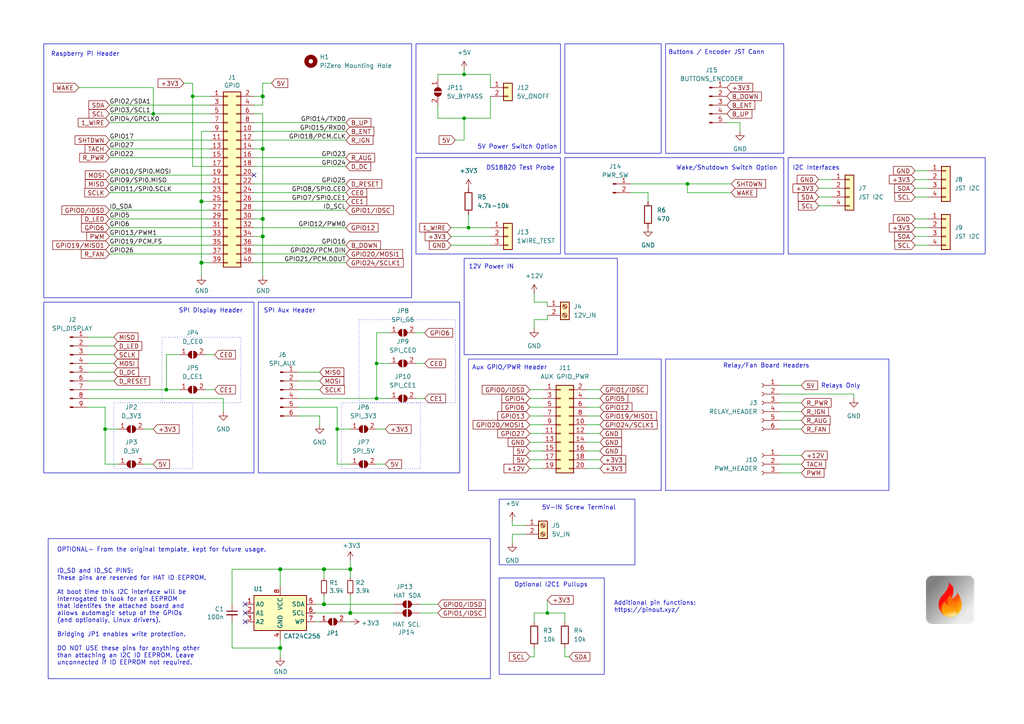
<source format=kicad_sch>
(kicad_sch (version 20231120) (generator "eeschema") (generator_version "8.0")
  (paper "A4")
  (title_block (title "PiFire Main Board Module (no power)") (date "2024-05-03") (rev "v4.0.2") (company "Ben Parmeter"))
  (junction (at 93.98 175.26) (diameter 1.016))
  (junction (at 76.2 27.94) (diameter 1.016))
  (junction (at 81.28 187.96) (diameter 1.016))
  (junction (at 76.2 43.18) (diameter 1.016))
  (junction (at 81.28 165.1) (diameter 1.016))
  (junction (at 134.62 21.59))
  (junction (at 109.22 105.41))
  (junction (at 134.62 34.29))
  (junction (at 101.6 165.1) (diameter 1.016))
  (junction (at 48.26 113.03))
  (junction (at 97.79 124.46))
  (junction (at 58.42 76.2) (diameter 1.016))
  (junction (at 158.75 177.8))
  (junction (at 58.42 58.42) (diameter 1.016))
  (junction (at 44.45 33.02))
  (junction (at 76.2 68.58) (diameter 1.016))
  (junction (at 55.88 27.94))
  (junction (at 135.89 66.04))
  (junction (at 76.2 63.5) (diameter 1.016))
  (junction (at 101.6 177.8) (diameter 1.016))
  (junction (at 109.22 115.57))
  (junction (at 199.39 53.34))
  (junction (at 30.48 124.46))
  (junction (at 93.98 165.1) (diameter 1.016))
  (no_connect (at 71.12 175.26))
  (no_connect (at 71.12 177.8))
  (no_connect (at 71.12 180.34))
  (no_connect (at 73.66 50.8))
  (wire (pts (xy 58.42 58.42) (xy 58.42 76.2)))
  (wire (pts (xy 73.66 58.42) (xy 100.33 58.42)))
  (wire (pts (xy 153.67 123.19) (xy 157.48 123.19)))
  (wire (pts (xy 97.79 124.46) (xy 97.79 118.11)))
  (wire (pts (xy 97.79 124.46) (xy 97.79 134.62)))
  (wire (pts (xy 60.96 40.64) (xy 31.75 40.64)))
  (wire (pts (xy 81.28 165.1) (xy 93.98 165.1)))
  (wire (pts (xy 101.6 165.1) (xy 93.98 165.1)))
  (wire (pts (xy 101.6 167.64) (xy 101.6 165.1)))
  (wire (pts (xy 86.36 120.65) (xy 92.71 120.65)))
  (wire (pts (xy 226.06 137.16) (xy 232.41 137.16)))
  (wire (pts (xy 76.2 33.02) (xy 76.2 43.18)))
  (wire (pts (xy 134.62 21.59) (xy 127 21.59)))
  (wire (pts (xy 148.59 152.4) (xy 148.59 151.13)))
  (wire (pts (xy 153.67 135.89) (xy 157.48 135.89)))
  (wire (pts (xy 22.86 25.4) (xy 44.45 25.4)))
  (wire (pts (xy 76.2 63.5) (xy 76.2 68.58)))
  (wire (pts (xy 182.88 55.88) (xy 187.96 55.88)))
  (wire (pts (xy 173.99 123.19) (xy 170.18 123.19)))
  (wire (pts (xy 25.4 115.57) (xy 64.77 115.57)))
  (wire (pts (xy 154.94 87.63) (xy 154.94 85.09)))
  (wire (pts (xy 86.36 118.11) (xy 97.79 118.11)))
  (wire (pts (xy 76.2 43.18) (xy 76.2 63.5)))
  (wire (pts (xy 199.39 55.88) (xy 199.39 53.34)))
  (wire (pts (xy 265.43 52.07) (xy 269.24 52.07)))
  (wire (pts (xy 265.43 57.15) (xy 269.24 57.15)))
  (wire (pts (xy 187.96 55.88) (xy 187.96 58.42)))
  (wire (pts (xy 73.66 35.56) (xy 100.33 35.56)))
  (wire (pts (xy 58.42 38.1) (xy 58.42 58.42)))
  (wire (pts (xy 91.44 175.26) (xy 93.98 175.26)))
  (wire (pts (xy 153.67 120.65) (xy 157.48 120.65)))
  (wire (pts (xy 265.43 63.5) (xy 269.24 63.5)))
  (wire (pts (xy 44.45 124.46) (xy 41.91 124.46)))
  (wire (pts (xy 127 21.59) (xy 127 22.86)))
  (wire (pts (xy 153.67 133.35) (xy 157.48 133.35)))
  (wire (pts (xy 58.42 38.1) (xy 60.96 38.1)))
  (wire (pts (xy 91.44 180.34) (xy 92.71 180.34)))
  (wire (pts (xy 100.33 180.34) (xy 101.6 180.34)))
  (wire (pts (xy 226.06 134.62) (xy 232.41 134.62)))
  (wire (pts (xy 173.99 125.73) (xy 170.18 125.73)))
  (wire (pts (xy 232.41 124.46) (xy 226.06 124.46)))
  (wire (pts (xy 73.66 55.88) (xy 100.33 55.88)))
  (wire (pts (xy 153.67 128.27) (xy 157.48 128.27)))
  (wire (pts (xy 60.96 60.96) (xy 31.75 60.96)))
  (wire (pts (xy 25.4 107.95) (xy 33.02 107.95)))
  (wire (pts (xy 153.67 130.81) (xy 157.48 130.81)))
  (wire (pts (xy 31.75 63.5) (xy 60.96 63.5)))
  (wire (pts (xy 214.63 35.56) (xy 214.63 38.1)))
  (wire (pts (xy 109.22 96.52) (xy 109.22 105.41)))
  (wire (pts (xy 173.99 133.35) (xy 170.18 133.35)))
  (wire (pts (xy 25.4 102.87) (xy 33.02 102.87)))
  (wire (pts (xy 86.36 115.57) (xy 109.22 115.57)))
  (wire (pts (xy 199.39 53.34) (xy 212.09 53.34)))
  (wire (pts (xy 25.4 110.49) (xy 33.02 110.49)))
  (wire (pts (xy 76.2 24.13) (xy 78.74 24.13)))
  (wire (pts (xy 134.62 21.59) (xy 142.24 21.59)))
  (wire (pts (xy 44.45 33.02) (xy 60.96 33.02)))
  (wire (pts (xy 58.42 58.42) (xy 60.96 58.42)))
  (wire (pts (xy 101.6 162.56) (xy 101.6 165.1)))
  (wire (pts (xy 44.45 134.62) (xy 41.91 134.62)))
  (wire (pts (xy 135.89 62.23) (xy 135.89 66.04)))
  (wire (pts (xy 232.41 121.92) (xy 226.06 121.92)))
  (wire (pts (xy 55.88 24.13) (xy 53.34 24.13)))
  (wire (pts (xy 73.66 45.72) (xy 100.33 45.72)))
  (wire (pts (xy 81.28 165.1) (xy 81.28 170.18)))
  (wire (pts (xy 52.07 102.87) (xy 48.26 102.87)))
  (wire (pts (xy 93.98 175.26) (xy 114.3 175.26)))
  (wire (pts (xy 62.23 113.03) (xy 59.69 113.03)))
  (wire (pts (xy 30.48 134.62) (xy 34.29 134.62)))
  (wire (pts (xy 173.99 118.11) (xy 170.18 118.11)))
  (wire (pts (xy 182.88 53.34) (xy 199.39 53.34)))
  (wire (pts (xy 73.66 76.2) (xy 100.33 76.2)))
  (wire (pts (xy 58.42 76.2) (xy 58.42 80.01)))
  (wire (pts (xy 31.75 43.18) (xy 60.96 43.18)))
  (wire (pts (xy 101.6 172.72) (xy 101.6 177.8)))
  (wire (pts (xy 130.81 71.12) (xy 142.24 71.12)))
  (wire (pts (xy 154.94 92.71) (xy 158.75 92.71)))
  (wire (pts (xy 30.48 118.11) (xy 25.4 118.11)))
  (wire (pts (xy 265.43 54.61) (xy 269.24 54.61)))
  (wire (pts (xy 76.2 68.58) (xy 73.66 68.58)))
  (wire (pts (xy 55.88 27.94) (xy 55.88 24.13)))
  (wire (pts (xy 109.22 115.57) (xy 113.03 115.57)))
  (wire (pts (xy 121.92 177.8) (xy 127 177.8)))
  (wire (pts (xy 173.99 113.03) (xy 170.18 113.03)))
  (wire (pts (xy 34.29 124.46) (xy 30.48 124.46)))
  (wire (pts (xy 31.75 55.88) (xy 60.96 55.88)))
  (wire (pts (xy 25.4 97.79) (xy 33.02 97.79)))
  (wire (pts (xy 154.94 190.5) (xy 153.67 190.5)))
  (wire (pts (xy 30.48 124.46) (xy 30.48 118.11)))
  (wire (pts (xy 127 34.29) (xy 127 30.48)))
  (wire (pts (xy 55.88 48.26) (xy 60.96 48.26)))
  (wire (pts (xy 232.41 119.38) (xy 226.06 119.38)))
  (wire (pts (xy 60.96 30.48) (xy 31.75 30.48)))
  (wire (pts (xy 158.75 92.71) (xy 158.75 91.44)))
  (wire (pts (xy 212.09 55.88) (xy 199.39 55.88)))
  (wire (pts (xy 76.2 27.94) (xy 76.2 30.48)))
  (wire (pts (xy 120.65 96.52) (xy 123.19 96.52)))
  (wire (pts (xy 31.75 33.02) (xy 44.45 33.02)))
  (wire (pts (xy 226.06 132.08) (xy 232.41 132.08)))
  (wire (pts (xy 154.94 180.34) (xy 154.94 177.8)))
  (wire (pts (xy 173.99 115.57) (xy 170.18 115.57)))
  (wire (pts (xy 86.36 107.95) (xy 92.71 107.95)))
  (wire (pts (xy 153.67 118.11) (xy 157.48 118.11)))
  (wire (pts (xy 48.26 102.87) (xy 48.26 113.03)))
  (wire (pts (xy 25.4 100.33) (xy 33.02 100.33)))
  (wire (pts (xy 48.26 113.03) (xy 52.07 113.03)))
  (wire (pts (xy 152.4 152.4) (xy 148.59 152.4)))
  (wire (pts (xy 73.66 40.64) (xy 100.33 40.64)))
  (wire (pts (xy 130.81 68.58) (xy 142.24 68.58)))
  (wire (pts (xy 76.2 43.18) (xy 73.66 43.18)))
  (wire (pts (xy 163.83 187.96) (xy 163.83 190.5)))
  (wire (pts (xy 30.48 124.46) (xy 30.48 134.62)))
  (wire (pts (xy 76.2 24.13) (xy 76.2 27.94)))
  (wire (pts (xy 101.6 124.46) (xy 97.79 124.46)))
  (wire (pts (xy 130.81 66.04) (xy 135.89 66.04)))
  (wire (pts (xy 163.83 190.5) (xy 165.1 190.5)))
  (wire (pts (xy 31.75 35.56) (xy 60.96 35.56)))
  (wire (pts (xy 93.98 165.1) (xy 93.98 167.64)))
  (wire (pts (xy 76.2 27.94) (xy 73.66 27.94)))
  (wire (pts (xy 55.88 27.94) (xy 55.88 48.26)))
  (wire (pts (xy 265.43 71.12) (xy 269.24 71.12)))
  (wire (pts (xy 265.43 49.53) (xy 269.24 49.53)))
  (wire (pts (xy 73.66 48.26) (xy 100.33 48.26)))
  (wire (pts (xy 163.83 177.8) (xy 158.75 177.8)))
  (wire (pts (xy 210.82 35.56) (xy 214.63 35.56)))
  (wire (pts (xy 73.66 38.1) (xy 100.33 38.1)))
  (wire (pts (xy 247.65 114.3) (xy 247.65 115.57)))
  (wire (pts (xy 92.71 120.65) (xy 92.71 123.19)))
  (wire (pts (xy 93.98 172.72) (xy 93.98 175.26)))
  (wire (pts (xy 91.44 177.8) (xy 101.6 177.8)))
  (wire (pts (xy 158.75 173.99) (xy 158.75 177.8)))
  (wire (pts (xy 31.75 45.72) (xy 60.96 45.72)))
  (wire (pts (xy 226.06 114.3) (xy 247.65 114.3)))
  (wire (pts (xy 31.75 53.34) (xy 60.96 53.34)))
  (wire (pts (xy 86.36 113.03) (xy 92.71 113.03)))
  (wire (pts (xy 134.62 40.64) (xy 132.08 40.64)))
  (wire (pts (xy 31.75 66.04) (xy 60.96 66.04)))
  (wire (pts (xy 154.94 92.71) (xy 154.94 95.25)))
  (wire (pts (xy 64.77 115.57) (xy 64.77 119.38)))
  (wire (pts (xy 76.2 30.48) (xy 73.66 30.48)))
  (wire (pts (xy 163.83 180.34) (xy 163.83 177.8)))
  (wire (pts (xy 135.89 66.04) (xy 142.24 66.04)))
  (wire (pts (xy 173.99 128.27) (xy 170.18 128.27)))
  (wire (pts (xy 111.76 124.46) (xy 109.22 124.46)))
  (wire (pts (xy 173.99 120.65) (xy 170.18 120.65)))
  (wire (pts (xy 97.79 134.62) (xy 101.6 134.62)))
  (wire (pts (xy 31.75 71.12) (xy 60.96 71.12)))
  (wire (pts (xy 158.75 87.63) (xy 158.75 88.9)))
  (wire (pts (xy 173.99 130.81) (xy 170.18 130.81)))
  (wire (pts (xy 73.66 71.12) (xy 100.33 71.12)))
  (wire (pts (xy 25.4 113.03) (xy 48.26 113.03)))
  (wire (pts (xy 113.03 96.52) (xy 109.22 96.52)))
  (wire (pts (xy 111.76 134.62) (xy 109.22 134.62)))
  (wire (pts (xy 73.66 66.04) (xy 100.33 66.04)))
  (wire (pts (xy 58.42 76.2) (xy 60.96 76.2)))
  (wire (pts (xy 154.94 177.8) (xy 158.75 177.8)))
  (wire (pts (xy 73.66 73.66) (xy 100.33 73.66)))
  (wire (pts (xy 109.22 105.41) (xy 109.22 115.57)))
  (wire (pts (xy 173.99 135.89) (xy 170.18 135.89)))
  (wire (pts (xy 76.2 33.02) (xy 73.66 33.02)))
  (wire (pts (xy 101.6 177.8) (xy 114.3 177.8)))
  (wire (pts (xy 153.67 115.57) (xy 157.48 115.57)))
  (wire (pts (xy 265.43 68.58) (xy 269.24 68.58)))
  (wire (pts (xy 31.75 73.66) (xy 60.96 73.66)))
  (wire (pts (xy 134.62 20.32) (xy 134.62 21.59)))
  (wire (pts (xy 142.24 27.94) (xy 142.24 34.29)))
  (wire (pts (xy 44.45 25.4) (xy 44.45 33.02)))
  (wire (pts (xy 142.24 21.59) (xy 142.24 25.4)))
  (wire (pts (xy 134.62 34.29) (xy 134.62 40.64)))
  (wire (pts (xy 237.49 52.07) (xy 241.3 52.07)))
  (wire (pts (xy 67.31 165.1) (xy 67.31 175.26)))
  (wire (pts (xy 67.31 180.34) (xy 67.31 187.96)))
  (wire (pts (xy 67.31 187.96) (xy 81.28 187.96)))
  (wire (pts (xy 81.28 165.1) (xy 67.31 165.1)))
  (wire (pts (xy 237.49 54.61) (xy 241.3 54.61)))
  (wire (pts (xy 232.41 111.76) (xy 226.06 111.76)))
  (wire (pts (xy 154.94 187.96) (xy 154.94 190.5)))
  (wire (pts (xy 81.28 185.42) (xy 81.28 187.96)))
  (wire (pts (xy 81.28 187.96) (xy 81.28 190.5)))
  (wire (pts (xy 153.67 113.03) (xy 157.48 113.03)))
  (wire (pts (xy 148.59 154.94) (xy 148.59 157.48)))
  (wire (pts (xy 76.2 68.58) (xy 76.2 80.01)))
  (wire (pts (xy 86.36 110.49) (xy 92.71 110.49)))
  (wire (pts (xy 73.66 53.34) (xy 100.33 53.34)))
  (wire (pts (xy 60.96 68.58) (xy 31.75 68.58)))
  (wire (pts (xy 123.19 105.41) (xy 120.65 105.41)))
  (wire (pts (xy 142.24 34.29) (xy 134.62 34.29)))
  (wire (pts (xy 25.4 105.41) (xy 33.02 105.41)))
  (wire (pts (xy 76.2 63.5) (xy 73.66 63.5)))
  (wire (pts (xy 265.43 66.04) (xy 269.24 66.04)))
  (wire (pts (xy 154.94 87.63) (xy 158.75 87.63)))
  (wire (pts (xy 55.88 27.94) (xy 60.96 27.94)))
  (wire (pts (xy 153.67 125.73) (xy 157.48 125.73)))
  (wire (pts (xy 232.41 116.84) (xy 226.06 116.84)))
  (wire (pts (xy 237.49 59.69) (xy 241.3 59.69)))
  (wire (pts (xy 121.92 175.26) (xy 127 175.26)))
  (wire (pts (xy 134.62 34.29) (xy 127 34.29)))
  (wire (pts (xy 152.4 154.94) (xy 148.59 154.94)))
  (wire (pts (xy 123.19 115.57) (xy 120.65 115.57)))
  (wire (pts (xy 237.49 57.15) (xy 241.3 57.15)))
  (wire (pts (xy 60.96 50.8) (xy 31.75 50.8)))
  (wire (pts (xy 73.66 60.96) (xy 100.33 60.96)))
  (wire (pts (xy 62.23 102.87) (xy 59.69 102.87)))
  (wire (pts (xy 113.03 105.41) (xy 109.22 105.41)))
  (rectangle (start 144.78 167.64) (end 175.26 195.58))
  (rectangle (start 163.83 12.7) (end 191.77 44.45))
  (rectangle (start 228.6 45.72) (end 285.75 73.66))
  (rectangle (start 33.02 116.84) (end 55.88 135.89) (stroke (width 0) (type dot)))
  (rectangle (start 12.7 12.7) (end 119.38 86.36))
  (rectangle (start 120.65 12.7) (end 162.56 44.45))
  (rectangle (start 104.14 92.71) (end 132.08 116.84) (stroke (width 0) (type dot)))
  (rectangle (start 193.04 12.7) (end 227.33 44.45))
  (rectangle (start 13.97 156.21) (end 142.24 196.85))
  (rectangle (start 193.04 104.14) (end 257.81 142.24))
  (rectangle (start 135.89 104.14) (end 191.77 142.24))
  (rectangle (start 12.7 87.63) (end 73.66 137.16))
  (rectangle (start 134.62 74.93) (end 179.07 102.87))
  (rectangle (start 46.99 97.79) (end 69.85 116.84) (stroke (width 0) (type dot)))
  (rectangle (start 163.83 45.72) (end 227.33 73.66))
  (rectangle (start 99.06 116.84) (end 121.92 135.89) (stroke (width 0) (type dot)))
  (rectangle (start 120.65 45.72) (end 162.56 73.66))
  (rectangle (start 144.78 144.78) (end 184.15 163.83))
  (rectangle (start 74.93 87.63) (end 133.35 137.16))
  (image (at 275.59 173.99) (scale 0.074991))
  (text "Relays Only" (at 243.84 112.014 0) (effects (font (size 1.27 1.27))))
  (text "SPI Display Header" (at 51.816 90.932 0) (effects (font (size 1.27 1.27)) (justify left bottom)))
  (text "Raspberry Pi Header" (at 14.732 16.51 0) (effects (font (size 1.27 1.27)) (justify left bottom)))
  (text "Relay/Fan Board Headers" (at 222.25 106.172 0) (effects (font (size 1.27 1.27))))
  (text "Buttons / Encoder JST Conn" (at 193.802 16.002 0) (effects (font (size 1.27 1.27)) (justify left bottom)))
  (text "Additional pin functions:\nhttps://pinout.xyz/" (at 178.054 177.8 0) (effects (font (size 1.27 1.27)) (justify left bottom)))
  (text "DS18B20 Test Probe" (at 140.97 49.53 0) (effects (font (size 1.27 1.27)) (justify left bottom)))
  (text "Aux GPIO/PWR Header" (at 136.906 107.442 0) (effects (font (size 1.27 1.27)) (justify left bottom)))
  (text "Optional I2C1 Pullups" (at 149.098 170.434 0) (effects (font (size 1.27 1.27)) (justify left bottom)))
  (text "12V Power IN" (at 142.494 77.47 0) (effects (font (size 1.27 1.27))))
  (text "I2C Interfaces" (at 229.87 49.53 0) (effects (font (size 1.27 1.27)) (justify left bottom)))
  (text "ID_SD and ID_SC PINS:\nThese pins are reserved for HAT ID EEPROM.\n\nAt boot time this I2C interface will be\ninterrogated to look for an EEPROM\nthat identifes the attached board and\nallows automagic setup of the GPIOs\n(and optionally, Linux drivers).\n\nBridging JP1 enables write protection.\n\nDO NOT USE these pins for anything other\nthan attaching an I2C ID EEPROM. Leave\nunconnected if ID EEPROM not required." (at 16.51 193.04 0) (effects (font (size 1.27 1.27)) (justify left bottom)))
  (text "OPTIONAL- From the original template, kept for future usage." (at 16.51 160.274 0) (effects (font (size 1.27 1.27)) (justify left bottom)))
  (text "SPI Aux Header" (at 76.454 90.932 0) (effects (font (size 1.27 1.27)) (justify left bottom)))
  (text "5V-IN Screw Terminal" (at 167.894 147.32 0) (effects (font (size 1.27 1.27))))
  (text "5V Power Switch Option" (at 138.43 43.434 0) (effects (font (size 1.27 1.27)) (justify left bottom)))
  (text "Wake/Shutdown Switch Option" (at 196.088 49.53 0) (effects (font (size 1.27 1.27)) (justify left bottom)))
  (label "ID_SDA" (at 31.75 60.96 0))
  (label "GPIO6" (at 31.75 66.04 0))
  (label "ID_SCL" (at 100.33 60.96 180))
  (label "GPIO5" (at 31.75 63.5 0))
  (label "GPIO21{slash}PCM.DOUT" (at 100.33 76.2 180))
  (label "GPIO19{slash}PCM.FS" (at 31.75 71.12 0))
  (label "GPIO10{slash}SPI0.MOSI" (at 31.75 50.8 0))
  (label "GPIO9{slash}SPI0.MISO" (at 31.75 53.34 0))
  (label "GPIO23" (at 100.33 45.72 180))
  (label "GPIO4{slash}GPCLK0" (at 31.75 35.56 0))
  (label "GPIO27" (at 31.75 43.18 0))
  (label "GPIO26" (at 31.75 73.66 0))
  (label "GPIO14{slash}TXD0" (at 100.33 35.56 180))
  (label "GPIO8{slash}SPI0.CE0" (at 100.33 55.88 180))
  (label "GPIO15{slash}RXD0" (at 100.33 38.1 180))
  (label "GPIO16" (at 100.33 71.12 180))
  (label "GPIO22" (at 31.75 45.72 0))
  (label "GPIO2{slash}SDA1" (at 31.75 30.48 0))
  (label "GPIO17" (at 31.75 40.64 0))
  (label "GPIO25" (at 100.33 53.34 180))
  (label "GPIO3{slash}SCL1" (at 31.75 33.02 0))
  (label "GPIO18{slash}PCM.CLK" (at 100.33 40.64 180))
  (label "GPIO12{slash}PWM0" (at 100.33 66.04 180))
  (label "GPIO13{slash}PWM1" (at 31.75 68.58 0))
  (label "GPIO20{slash}PCM.DIN" (at 100.33 73.66 180))
  (label "GPIO24" (at 100.33 48.26 180))
  (label "GPIO7{slash}SPI0.CE1" (at 100.33 58.42 180))
  (label "GPIO11{slash}SPI0.SCLK" (at 31.75 55.88 0))
  (global_label "R_IGN" (shape input) (at 232.41 119.38 0) (property "Intersheetrefs" "${INTERSHEET_REFS}" (effects (hide yes))))
  (global_label "R_FAN" (shape input) (at 232.41 124.46 0) (property "Intersheetrefs" "${INTERSHEET_REFS}" (effects (hide yes))))
  (global_label "SDA" (shape input) (at 31.75 30.48 180) (property "Intersheetrefs" "${INTERSHEET_REFS}" (effects (hide yes))))
  (global_label "GPIO12" (shape input) (at 100.33 66.04 0) (property "Intersheetrefs" "${INTERSHEET_REFS}" (effects (hide yes))))
  (global_label "B_DOWN" (shape input) (at 210.82 27.94 0) (property "Intersheetrefs" "${INTERSHEET_REFS}" (effects (hide yes))))
  (global_label "GPIO19{slash}MISO1" (shape input) (at 31.75 71.12 180) (property "Intersheetrefs" "${INTERSHEET_REFS}" (effects (hide yes))))
  (global_label "D_RESET" (shape input) (at 33.02 110.49 0) (property "Intersheetrefs" "${INTERSHEET_REFS}" (effects (hide yes))))
  (global_label "SCL" (shape input) (at 265.43 57.15 180) (property "Intersheetrefs" "${INTERSHEET_REFS}" (effects (hide yes))))
  (global_label "B_DOWN" (shape input) (at 100.33 71.12 0) (property "Intersheetrefs" "${INTERSHEET_REFS}" (effects (hide yes))))
  (global_label "+3V3" (shape input) (at 158.75 173.99 0) (property "Intersheetrefs" "${INTERSHEET_REFS}" (effects (hide yes))))
  (global_label "MOSI" (shape input) (at 33.02 105.41 0) (property "Intersheetrefs" "${INTERSHEET_REFS}" (effects (hide yes))))
  (global_label "GND" (shape input) (at 265.43 63.5 180) (property "Intersheetrefs" "${INTERSHEET_REFS}" (effects (hide yes))))
  (global_label "GPIO1{slash}IDSC" (shape input) (at 173.99 113.03 0) (property "Intersheetrefs" "${INTERSHEET_REFS}" (effects (hide yes))))
  (global_label "GPIO0{slash}IDSD" (shape input) (at 153.67 113.03 180) (property "Intersheetrefs" "${INTERSHEET_REFS}" (effects (hide yes))))
  (global_label "CE1" (shape input) (at 62.23 113.03 0) (property "Intersheetrefs" "${INTERSHEET_REFS}" (effects (hide yes))))
  (global_label "GND" (shape input) (at 153.67 128.27 180) (property "Intersheetrefs" "${INTERSHEET_REFS}" (effects (hide yes))))
  (global_label "SDA" (shape input) (at 265.43 54.61 180) (property "Intersheetrefs" "${INTERSHEET_REFS}" (effects (hide yes))))
  (global_label "5V" (shape input) (at 153.67 133.35 180) (property "Intersheetrefs" "${INTERSHEET_REFS}" (effects (hide yes))))
  (global_label "5V" (shape input) (at 111.76 134.62 0) (property "Intersheetrefs" "${INTERSHEET_REFS}" (effects (hide yes))))
  (global_label "CE0" (shape input) (at 123.19 105.41 0) (property "Intersheetrefs" "${INTERSHEET_REFS}" (effects (hide yes))))
  (global_label "GND" (shape input) (at 173.99 125.73 0) (property "Intersheetrefs" "${INTERSHEET_REFS}" (effects (hide yes))))
  (global_label "GND" (shape input) (at 237.49 52.07 180) (property "Intersheetrefs" "${INTERSHEET_REFS}" (effects (hide yes))))
  (global_label "MOSI" (shape input) (at 92.71 110.49 0) (property "Intersheetrefs" "${INTERSHEET_REFS}" (effects (hide yes))))
  (global_label "+3V3" (shape input) (at 265.43 52.07 180) (property "Intersheetrefs" "${INTERSHEET_REFS}" (effects (hide yes))))
  (global_label "GPIO0{slash}IDSD" (shape input) (at 31.75 60.96 180) (property "Intersheetrefs" "${INTERSHEET_REFS}" (effects (hide yes))))
  (global_label "+3V3" (shape input) (at 130.81 68.58 180) (property "Intersheetrefs" "${INTERSHEET_REFS}" (effects (hide yes))))
  (global_label "GPIO20{slash}MOSI1" (shape input) (at 100.33 73.66 0) (property "Intersheetrefs" "${INTERSHEET_REFS}" (effects (hide yes))))
  (global_label "R_PWR" (shape input) (at 31.75 45.72 180) (property "Intersheetrefs" "${INTERSHEET_REFS}" (effects (hide yes))))
  (global_label "GPIO24{slash}SCLK1" (shape input) (at 173.99 123.19 0) (property "Intersheetrefs" "${INTERSHEET_REFS}" (effects (hide yes))))
  (global_label "D_RESET" (shape input) (at 100.33 53.34 0) (property "Intersheetrefs" "${INTERSHEET_REFS}" (effects (hide yes))))
  (global_label "+3V3" (shape input) (at 53.34 24.13 180) (property "Intersheetrefs" "${INTERSHEET_REFS}" (effects (hide yes))))
  (global_label "B_UP" (shape input) (at 100.33 35.56 0) (property "Intersheetrefs" "${INTERSHEET_REFS}" (effects (hide yes))))
  (global_label "SCL" (shape input) (at 265.43 71.12 180) (property "Intersheetrefs" "${INTERSHEET_REFS}" (effects (hide yes))))
  (global_label "GND" (shape input) (at 265.43 49.53 180) (property "Intersheetrefs" "${INTERSHEET_REFS}" (effects (hide yes))))
  (global_label "MOSI" (shape input) (at 31.75 50.8 180) (property "Intersheetrefs" "${INTERSHEET_REFS}" (effects (hide yes))))
  (global_label "TACH" (shape input) (at 31.75 43.18 180) (property "Intersheetrefs" "${INTERSHEET_REFS}" (effects (hide yes))))
  (global_label "SDA" (shape input) (at 265.43 68.58 180) (property "Intersheetrefs" "${INTERSHEET_REFS}" (effects (hide yes))))
  (global_label "TACH" (shape input) (at 232.41 134.62 0) (property "Intersheetrefs" "${INTERSHEET_REFS}" (effects (hide yes))))
  (global_label "GPIO19{slash}MISO1" (shape input) (at 173.99 120.65 0) (property "Intersheetrefs" "${INTERSHEET_REFS}" (effects (hide yes))))
  (global_label "SCL" (shape input) (at 153.67 190.5 180) (property "Intersheetrefs" "${INTERSHEET_REFS}" (effects (hide yes))))
  (global_label "CE1" (shape input) (at 100.33 58.42 0) (property "Intersheetrefs" "${INTERSHEET_REFS}" (effects (hide yes))))
  (global_label "GND" (shape input) (at 173.99 130.81 0) (property "Intersheetrefs" "${INTERSHEET_REFS}" (effects (hide yes))))
  (global_label "WAKE" (shape input) (at 22.86 25.4 180) (property "Intersheetrefs" "${INTERSHEET_REFS}" (effects (hide yes))))
  (global_label "GPIO1{slash}IDSC" (shape input) (at 127 177.8 0) (property "Intersheetrefs" "${INTERSHEET_REFS}" (effects (hide yes))))
  (global_label "GPIO24{slash}SCLK1" (shape input) (at 100.33 76.2 0) (property "Intersheetrefs" "${INTERSHEET_REFS}" (effects (hide yes))))
  (global_label "GPIO0{slash}IDSD" (shape input) (at 127 175.26 0) (property "Intersheetrefs" "${INTERSHEET_REFS}" (effects (hide yes))))
  (global_label "+12V" (shape input) (at 232.41 132.08 0) (property "Intersheetrefs" "${INTERSHEET_REFS}" (effects (hide yes))))
  (global_label "WAKE" (shape input) (at 212.09 55.88 0) (property "Intersheetrefs" "${INTERSHEET_REFS}" (effects (hide yes))))
  (global_label "GPIO4" (shape input) (at 153.67 115.57 180) (property "Intersheetrefs" "${INTERSHEET_REFS}" (effects (hide yes))))
  (global_label "5V" (shape input) (at 44.45 134.62 0) (property "Intersheetrefs" "${INTERSHEET_REFS}" (effects (hide yes))))
  (global_label "SCLK" (shape input) (at 92.71 113.03 0) (property "Intersheetrefs" "${INTERSHEET_REFS}" (effects (hide yes))))
  (global_label "R_AUG" (shape input) (at 100.33 45.72 0) (property "Intersheetrefs" "${INTERSHEET_REFS}" (effects (hide yes))))
  (global_label "SHTDWN" (shape input) (at 31.75 40.64 180) (property "Intersheetrefs" "${INTERSHEET_REFS}" (effects (hide yes))))
  (global_label "GPIO1{slash}IDSC" (shape input) (at 100.33 60.96 0) (property "Intersheetrefs" "${INTERSHEET_REFS}" (effects (hide yes))))
  (global_label "5V" (shape input) (at 78.74 24.13 0) (property "Intersheetrefs" "${INTERSHEET_REFS}" (effects (hide yes))))
  (global_label "+3V3" (shape input) (at 44.45 124.46 0) (property "Intersheetrefs" "${INTERSHEET_REFS}" (effects (hide yes))))
  (global_label "SCL" (shape input) (at 31.75 33.02 180) (property "Intersheetrefs" "${INTERSHEET_REFS}" (effects (hide yes))))
  (global_label "D_LED" (shape input) (at 31.75 63.5 180) (property "Intersheetrefs" "${INTERSHEET_REFS}" (effects (hide yes))))
  (global_label "MISO" (shape input) (at 92.71 107.95 0) (property "Intersheetrefs" "${INTERSHEET_REFS}" (effects (hide yes))))
  (global_label "SDA" (shape input) (at 165.1 190.5 0) (property "Intersheetrefs" "${INTERSHEET_REFS}" (effects (hide yes))))
  (global_label "R_FAN" (shape input) (at 31.75 73.66 180) (property "Intersheetrefs" "${INTERSHEET_REFS}" (effects (hide yes))))
  (global_label "R_PWR" (shape input) (at 232.41 116.84 0) (property "Intersheetrefs" "${INTERSHEET_REFS}" (effects (hide yes))))
  (global_label "+3V3" (shape input) (at 265.43 66.04 180) (property "Intersheetrefs" "${INTERSHEET_REFS}" (effects (hide yes))))
  (global_label "SCLK" (shape input) (at 31.75 55.88 180) (property "Intersheetrefs" "${INTERSHEET_REFS}" (effects (hide yes))))
  (global_label "5V" (shape input) (at 132.08 40.64 180) (property "Intersheetrefs" "${INTERSHEET_REFS}" (effects (hide yes))))
  (global_label "5V" (shape input) (at 153.67 130.81 180) (property "Intersheetrefs" "${INTERSHEET_REFS}" (effects (hide yes))))
  (global_label "R_IGN" (shape input) (at 100.33 40.64 0) (property "Intersheetrefs" "${INTERSHEET_REFS}" (effects (hide yes))))
  (global_label "B_UP" (shape input) (at 210.82 33.02 0) (property "Intersheetrefs" "${INTERSHEET_REFS}" (effects (hide yes))))
  (global_label "GPIO5" (shape input) (at 173.99 115.57 0) (property "Intersheetrefs" "${INTERSHEET_REFS}" (effects (hide yes))))
  (global_label "GND" (shape input) (at 130.81 71.12 180) (property "Intersheetrefs" "${INTERSHEET_REFS}" (effects (hide yes))))
  (global_label "R_AUG" (shape input) (at 232.41 121.92 0) (property "Intersheetrefs" "${INTERSHEET_REFS}" (effects (hide yes))))
  (global_label "GPIO6" (shape input) (at 123.19 96.52 0) (property "Intersheetrefs" "${INTERSHEET_REFS}" (effects (hide yes))))
  (global_label "SCLK" (shape input) (at 33.02 102.87 0) (property "Intersheetrefs" "${INTERSHEET_REFS}" (effects (hide yes))))
  (global_label "1_WIRE" (shape input) (at 130.81 66.04 180) (property "Intersheetrefs" "${INTERSHEET_REFS}" (effects (hide yes))))
  (global_label "GPIO27" (shape input) (at 153.67 125.73 180) (property "Intersheetrefs" "${INTERSHEET_REFS}" (effects (hide yes))))
  (global_label "B_ENT" (shape input) (at 100.33 38.1 0) (property "Intersheetrefs" "${INTERSHEET_REFS}" (effects (hide yes))))
  (global_label "5V" (shape input) (at 232.41 111.76 0) (property "Intersheetrefs" "${INTERSHEET_REFS}" (effects (hide yes))))
  (global_label "GPIO6" (shape input) (at 153.67 118.11 180) (property "Intersheetrefs" "${INTERSHEET_REFS}" (effects (hide yes))))
  (global_label "1_WIRE" (shape input) (at 31.75 35.56 180) (property "Intersheetrefs" "${INTERSHEET_REFS}" (effects (hide yes))))
  (global_label "CE0" (shape input) (at 100.33 55.88 0) (property "Intersheetrefs" "${INTERSHEET_REFS}" (effects (hide yes))))
  (global_label "D_LED" (shape input) (at 33.02 100.33 0) (property "Intersheetrefs" "${INTERSHEET_REFS}" (effects (hide yes))))
  (global_label "D_DC" (shape input) (at 100.33 48.26 0) (property "Intersheetrefs" "${INTERSHEET_REFS}" (effects (hide yes))))
  (global_label "GND" (shape input) (at 173.99 128.27 0) (property "Intersheetrefs" "${INTERSHEET_REFS}" (effects (hide yes))))
  (global_label "B_ENT" (shape input) (at 210.82 30.48 0) (property "Intersheetrefs" "${INTERSHEET_REFS}" (effects (hide yes))))
  (global_label "+3V3" (shape input) (at 111.76 124.46 0) (property "Intersheetrefs" "${INTERSHEET_REFS}" (effects (hide yes))))
  (global_label "PWM" (shape input) (at 232.41 137.16 0) (property "Intersheetrefs" "${INTERSHEET_REFS}" (effects (hide yes))))
  (global_label "+3V3" (shape input) (at 173.99 135.89 0) (property "Intersheetrefs" "${INTERSHEET_REFS}" (effects (hide yes))))
  (global_label "SDA" (shape input) (at 237.49 57.15 180) (property "Intersheetrefs" "${INTERSHEET_REFS}" (effects (hide yes))))
  (global_label "GPIO6" (shape input) (at 31.75 66.04 180) (property "Intersheetrefs" "${INTERSHEET_REFS}" (effects (hide yes))))
  (global_label "D_DC" (shape input) (at 33.02 107.95 0) (property "Intersheetrefs" "${INTERSHEET_REFS}" (effects (hide yes))))
  (global_label "+3V3" (shape input) (at 210.82 25.4 0) (property "Intersheetrefs" "${INTERSHEET_REFS}" (effects (hide yes))))
  (global_label "+3V3" (shape input) (at 237.49 54.61 180) (property "Intersheetrefs" "${INTERSHEET_REFS}" (effects (hide yes))))
  (global_label "+3V3" (shape input) (at 173.99 133.35 0) (property "Intersheetrefs" "${INTERSHEET_REFS}" (effects (hide yes))))
  (global_label "GPIO12" (shape input) (at 173.99 118.11 0) (property "Intersheetrefs" "${INTERSHEET_REFS}" (effects (hide yes))))
  (global_label "GPIO20{slash}MOSI1" (shape input) (at 153.67 123.19 180) (property "Intersheetrefs" "${INTERSHEET_REFS}" (effects (hide yes))))
  (global_label "GPIO13" (shape input) (at 153.67 120.65 180) (property "Intersheetrefs" "${INTERSHEET_REFS}" (effects (hide yes))))
  (global_label "PWM" (shape input) (at 31.75 68.58 180) (property "Intersheetrefs" "${INTERSHEET_REFS}" (effects (hide yes))))
  (global_label "CE0" (shape input) (at 62.23 102.87 0) (property "Intersheetrefs" "${INTERSHEET_REFS}" (effects (hide yes))))
  (global_label "+12V" (shape input) (at 153.67 135.89 180) (property "Intersheetrefs" "${INTERSHEET_REFS}" (effects (hide yes))))
  (global_label "MISO" (shape input) (at 33.02 97.79 0) (property "Intersheetrefs" "${INTERSHEET_REFS}" (effects (hide yes))))
  (global_label "MISO" (shape input) (at 31.75 53.34 180) (property "Intersheetrefs" "${INTERSHEET_REFS}" (effects (hide yes))))
  (global_label "SHTDWN" (shape input) (at 212.09 53.34 0) (property "Intersheetrefs" "${INTERSHEET_REFS}" (effects (hide yes))))
  (global_label "SCL" (shape input) (at 237.49 59.69 180) (property "Intersheetrefs" "${INTERSHEET_REFS}" (effects (hide yes))))
  (global_label "CE1" (shape input) (at 123.19 115.57 0) (property "Intersheetrefs" "${INTERSHEET_REFS}" (effects (hide yes))))
  (symbol (lib_id "power:GND") (at 76.2 80.01 0) (unit 1)
    (property "Reference" "#PWR02" (effects (hide yes)))
    (property "Value" "GND" (at 76.3143 84.3344 0))
  )
  (symbol (lib_id "power:GND") (at 58.42 80.01 0) (unit 1)
    (property "Reference" "#PWR03" (effects (hide yes)))
    (property "Value" "GND" (at 58.5343 84.3344 0))
  )
  (symbol (lib_id "Connector_Generic:Conn_02x20_Odd_Even") (at 66.04 50.8 0) (unit 1)
    (property "Reference" "J1" (at 67.31 22.4598 0))
    (property "Value" "GPIO" (at 67.31 24.765 0))
    (property "Footprint" "Connector_PinSocket_2.54mm:PinSocket_2x20_P2.54mm_Vertical" (effects (hide yes)))
    (property "Description" "40 Pin (20x2 Female) 2.54mm pitch connector.  https://www.amazon.com/gp/product/B00R1LLM1M" (effects (hide yes)))
  )
  (symbol (lib_id "Jumper:SolderJumper_2_Open") (at 116.84 115.57 0) (unit 1)
    (property "Reference" "JP10" (at 116.84 109.22 0))
    (property "Value" "SPI_CE1" (at 116.84 111.76 0))
    (property "Footprint" "Jumper:SolderJumper-2_P1.3mm_Open_TrianglePad1.0x1.5mm" (effects (hide yes)))
    (property "Description" "OPTIONAL: Solder Jumper to select if AUX SPI uses Chip Enable 1 (CE1).  (Default)" (effects (hide yes)))
  )
  (symbol (lib_id "Connector:Screw_Terminal_01x02") (at 163.83 88.9 0) (unit 1)
    (property "Reference" "J4" (at 166.37 88.8999 0) (effects (justify left)))
    (property "Value" "12V_IN" (at 166.37 91.4399 0) (effects (justify left)))
    (property "Footprint" "TerminalBlock:TerminalBlock_bornier-2_P5.08mm" (effects (hide yes)))
    (property "Description" "OPTIONAL: 12V DC IN Screw Terminal.  Note the positive and negative markings.  This input is only passed through to the Relay/PWM Fan Board.  Ensure that these connectors can accept large enough wiring.  Recommended terminals: https://www.amazon.com/dp/B01MT4LC0F" (effects (hide yes)))
  )
  (symbol (lib_id "Jumper:SolderJumper_2_Open") (at 105.41 134.62 0) (unit 1)
    (property "Reference" "JP7" (at 105.41 128.27 0))
    (property "Value" "SPI_5V" (at 105.41 130.81 0))
    (property "Footprint" "Jumper:SolderJumper-2_P1.3mm_Open_TrianglePad1.0x1.5mm" (effects (hide yes)))
    (property "Description" "OPTIONAL: Solder Jumper to select 5V power for the AUX SPI connector.  This may not be closed if the 3V3 jumper is also closed.  " (effects (hide yes)))
  )
  (symbol (lib_id "power:GND") (at 187.96 66.04 0) (unit 1)
    (property "Reference" "#PWR013" (effects (hide yes)))
    (property "Value" "GND" (at 187.96 71.12 0))
    (property "Description" "Power symbol creates a global label with name \"GND\" , ground" (effects (hide yes)))
  )
  (symbol (lib_id "Device:C_Small") (at 67.31 177.8 0) (unit 1)
    (property "Reference" "C1" (at 64.9858 176.6506 0) (effects (justify right)))
    (property "Value" "100n" (at 64.9858 178.9493 0) (effects (justify right)))
    (property "Footprint" "Capacitor_THT:C_Disc_D3.0mm_W1.6mm_P2.50mm" (effects (hide yes)))
    (property "Description" "Ceramic disc capacitor at 100nF (0.1uF).  I got this size from the following kit: https://www.amazon.com/dp/B089W1K4YS" (effects (hide yes)))
  )
  (symbol (lib_name "+5V_1") (lib_id "power:+5V") (at 148.59 151.13 0) (unit 1)
    (property "Reference" "#PWR04" (effects (hide yes)))
    (property "Value" "+5V" (at 148.59 146.05 0))
    (property "Description" "Power symbol creates a global label with name \"+5V\"" (effects (hide yes)))
  )
  (symbol (lib_id "Connector_Generic:Conn_02x10_Odd_Even") (at 162.56 123.19 0) (unit 1)
    (property "Reference" "J11" (at 163.83 106.68 0))
    (property "Value" "AUX GPIO_PWR" (at 163.83 109.22 0))
    (property "Footprint" "Connector_PinSocket_2.54mm:PinSocket_2x10_P2.54mm_Vertical" (effects (hide yes)))
    (property "Description" "OPTIONAL: Auxillary GPIO and Power Pins for and additional features/mods that weren't originally designed in.  Can be male or female  headers depending on preference.  https://www.amazon.com/2-54MM-Breakaway-Connector-Arduino-Prototype/dp/B08DVGCTKT" (effects (hide yes)))
  )
  (symbol (lib_id "Device:R") (at 135.89 58.42 0) (unit 1)
    (property "Reference" "R5" (at 138.43 57.15 0) (effects (justify left)))
    (property "Value" "4.7k-10k" (at 138.43 59.69 0) (effects (justify left)))
    (property "Footprint" "Resistor_THT:R_Axial_DIN0207_L6.3mm_D2.5mm_P7.62mm_Horizontal" (effects (hide yes)))
    (property "Description" "OPTIONAL: Resistor pullup for the 1Wire bus.  Populate this resistor if you intend to use 1Wire for devices like the DS18B20.  Standard 1/4W Axial Resistors." (effects (hide yes)))
  )
  (symbol (lib_id "Device:R_Small") (at 93.98 170.18 0) (unit 1)
    (property "Reference" "R1" (at 95.4786 169.037 0) (effects (justify left)))
    (property "Value" "3.9k" (at 95.4787 171.3293 0) (effects (justify left)))
    (property "Footprint" "Resistor_THT:R_Axial_DIN0207_L6.3mm_D2.5mm_P7.62mm_Horizontal" (effects (hide yes)))
    (property "Description" "OPTIONAL: Resistor pullups for the HAT EEPROM device.  Populate these resistors if you plant to use the HAT EEPROM.  Standard 1/4W Axial Resistors.  " (effects (hide yes)))
  )
  (symbol (lib_id "Connector_Generic:Conn_01x02") (at 147.32 25.4 0) (unit 1)
    (property "Reference" "J12" (at 149.86 25.3999 0) (effects (justify left)))
    (property "Value" "5V_ONOFF" (at 149.86 27.9399 0) (effects (justify left)))
    (property "Footprint" "Connector_JST:JST_XH_B2B-XH-A_1x02_P2.50mm_Vertical" (effects (hide yes)))
    (property "Description" "OPTIONAL: For those who want to have a hard switch for 5V IN.  If you do not use this, you must solder the jumper for 5V Bypass. JST XH 1x2 2.54mm Pitch.  Available from many sellers: https://www.amazon.com/Glarks-Housing-Connector-Perfectly-Compatible/dp/B07CTH46S7" (effects (hide yes)))
  )
  (symbol (lib_id "Connector_Generic:Conn_01x04") (at 274.32 66.04 0) (unit 1)
    (property "Reference" "J9" (at 276.86 66.04 0) (effects (justify left)))
    (property "Value" "JST I2C" (at 276.86 68.58 0) (effects (justify left)))
    (property "Footprint" "Connector_JST:JST_XH_B4B-XH-A_1x04_P2.50mm_Vertical" (effects (hide yes)))
    (property "Description" "JST XH 1x4 2.54mm Pitch.  Available from many sellers: https://www.amazon.com/Glarks-Housing-Connector-Perfectly-Compatible/dp/B07CTH46S7" (effects (hide yes)))
  )
  (symbol (lib_id "Device:R") (at 163.83 184.15 0) (unit 1)
    (property "Reference" "R4" (at 166.37 182.8799 0) (effects (justify left)))
    (property "Value" "10k" (at 166.37 185.4199 0) (effects (justify left)))
    (property "Footprint" "Resistor_THT:R_Axial_DIN0207_L6.3mm_D2.5mm_P7.62mm_Horizontal" (effects (hide yes)))
    (property "Description" "OPTIONAL: Resistor pullups for the I2C bus.  Populate these resistors if you experience I2C bus noise issues.  Standard 1/4W Axial Resistors." (effects (hide yes)))
  )
  (symbol (lib_id "power:+5V") (at 134.62 20.32 0) (unit 1)
    (property "Reference" "#PWR010" (effects (hide yes)))
    (property "Value" "+5V" (at 134.62 15.24 0))
  )
  (symbol (lib_id "power:GND") (at 247.65 115.57 0) (unit 1)
    (property "Reference" "#PWR012" (effects (hide yes)))
    (property "Value" "GND" (at 247.65 120.65 0))
    (property "Description" "Power symbol creates a global label with name \"GND\" , ground" (effects (hide yes)))
  )
  (symbol (lib_id "Connector_Generic:Conn_01x04") (at 246.38 54.61 0) (unit 1)
    (property "Reference" "J7" (at 248.92 54.61 0) (effects (justify left)))
    (property "Value" "JST I2C" (at 248.92 57.15 0) (effects (justify left)))
    (property "Footprint" "Connector_JST:JST_XH_B4B-XH-A_1x04_P2.50mm_Vertical" (effects (hide yes)))
    (property "Description" "JST XH 1x4 2.54mm Pitch.  Available from many sellers: https://www.amazon.com/Glarks-Housing-Connector-Perfectly-Compatible/dp/B07CTH46S7" (effects (hide yes)))
  )
  (symbol (lib_id "Jumper:SolderJumper_2_Open") (at 96.52 180.34 0) (unit 1)
    (property "Reference" "JP1" (at 96.52 183.623 0))
    (property "Value" "ID_WP" (effects (hide yes)))
    (property "Footprint" "Jumper:SolderJumper-2_P1.3mm_Open_TrianglePad1.0x1.5mm" (effects (hide yes)))
    (property "Description" "OPTIONAL: Write protect solder jumper for the HAT EEPROM.  If this is closed, then writes to the device will not be allowed." (effects (hide yes)))
  )
  (symbol (lib_id "Connector:Conn_01x05_Pin") (at 205.74 30.48 0) (unit 1)
    (property "Reference" "J15" (at 206.375 20.32 0))
    (property "Value" "BUTTONS_ENCODER" (at 206.375 22.86 0))
    (property "Footprint" "Connector_JST:JST_XH_B5B-XH-A_1x05_P2.50mm_Vertical" (effects (hide yes)))
    (property "Description" "OPTIONAL: Header for button input or for a rotary encoder.  JST XH 1x5 2.54mm Pitch.  Available from many sellers: https://www.amazon.com/Glarks-Housing-Connector-Perfectly-Compatible/dp/B07CTH46S7" (effects (hide yes)))
  )
  (symbol (lib_id "Connector_Generic:Conn_01x03") (at 147.32 68.58 0) (unit 1)
    (property "Reference" "J13" (at 149.86 67.31 0) (effects (justify left)))
    (property "Value" "1WIRE_TEST" (at 149.86 69.85 0) (effects (justify left)))
    (property "Footprint" "Connector_JST:JST_XH_B3B-XH-A_1x03_P2.50mm_Vertical" (effects (hide yes)))
    (property "Description" "OPTIONAL: If using a DS18B20 or similar 1Wire based sensor.  JST XH 1x3 2.54mm Pitch.  Available from many sellers: https://www.amazon.com/Glarks-Housing-Connector-Perfectly-Compatible/dp/B07CTH46S7" (effects (hide yes)))
  )
  (symbol (lib_id "Jumper:SolderJumper_2_Open") (at 38.1 134.62 0) (unit 1)
    (property "Reference" "JP3" (at 38.1 128.27 0))
    (property "Value" "D_5V" (at 38.1 130.81 0))
    (property "Footprint" "Jumper:SolderJumper-2_P1.3mm_Open_TrianglePad1.0x1.5mm" (effects (hide yes)))
    (property "Description" "OPTIONAL: Solder Jumper to select 5V power for the SPI Display.  Only utlize this if your display is 5V tolerant.  Users have reported that some ILI9341 displays are capable of 5V.This may not be closed if the 3V3 jumper is also closed.  " (effects (hide yes)))
  )
  (symbol (lib_id "Device:R_Small") (at 101.6 170.18 0) (unit 1)
    (property "Reference" "R2" (at 103.0986 169.037 0) (effects (justify left)))
    (property "Value" "3.9k" (at 103.0987 171.3293 0) (effects (justify left)))
    (property "Footprint" "Resistor_THT:R_Axial_DIN0207_L6.3mm_D2.5mm_P7.62mm_Horizontal" (effects (hide yes)))
    (property "Description" "OPTIONAL: Resistor pullups for the HAT EEPROM device.  Populate these resistors if you plant to use the HAT EEPROM.  Standard 1/4W Axial Resistors.  " (effects (hide yes)))
  )
  (symbol (lib_id "power:+3.3V") (at 101.6 162.56 0) (unit 1)
    (property "Reference" "#PWR0101" (effects (hide yes)))
    (property "Value" "+3V3" (at 101.9683 158.2356 0))
  )
  (symbol (lib_id "Jumper:SolderJumper_2_Open") (at 116.84 96.52 0) (unit 1)
    (property "Reference" "JP8" (at 116.84 90.17 0))
    (property "Value" "SPI_G6" (at 116.84 92.71 0))
    (property "Footprint" "Jumper:SolderJumper-2_P1.3mm_Open_TrianglePad1.0x1.5mm" (effects (hide yes)))
    (property "Description" "OPTIONAL: Solder Jumper to select if AUX SPI uses Chip Enable via GPIO6." (effects (hide yes)))
  )
  (symbol (lib_name "SolderJumper_2_Open_1") (lib_id "Jumper:SolderJumper_2_Open") (at 118.11 177.8 0) (unit 1) (exclude_from_sim yes) (in_bom no)
    (property "Reference" "JP14" (at 117.856 183.388 0))
    (property "Value" "HAT SCL" (at 117.856 181.102 0))
    (property "Footprint" "Jumper:SolderJumper-2_P1.3mm_Open_TrianglePad1.0x1.5mm" (effects (hide yes)))
    (property "Description" "OPTIONAL: Solder Jumper to enable the use of the HAT EEPROM.  Close this jumper if you intend to use the HAT EEPROM." (effects (hide yes)))
  )
  (symbol (lib_id "Memory_EEPROM:CAT24C256") (at 81.28 177.8 0) (unit 1)
    (property "Reference" "U1" (at 74.93 170.7958 0))
    (property "Value" "CAT24C256" (at 87.63 184.5245 0))
    (property "Footprint" "Package_SO:SOIC-8_3.9x4.9mm_P1.27mm" (effects (hide yes)))
    (property "Datasheet" "https://www.onsemi.cn/PowerSolutions/document/CAT24C256-D.PDF" (effects (hide yes)))
    (property "Description" "OPTIONAL: HAT EEPROM used to identify the HAT and to apply HAT specific board settings on boot.  https://www.digikey.com/en/products/detail/onsemi/CAT24C256WI-GT3/1856934  " (effects (hide yes)))
  )
  (symbol (lib_id "power:+3V3") (at 135.89 54.61 0) (unit 1)
    (property "Reference" "#PWR011" (effects (hide yes)))
    (property "Value" "+3V3" (at 135.89 49.53 0))
  )
  (symbol (lib_id "Device:R") (at 154.94 184.15 0) (unit 1)
    (property "Reference" "R3" (at 157.48 182.8799 0) (effects (justify left)))
    (property "Value" "10k" (at 157.48 185.4199 0) (effects (justify left)))
    (property "Footprint" "Resistor_THT:R_Axial_DIN0207_L6.3mm_D2.5mm_P7.62mm_Horizontal" (effects (hide yes)))
    (property "Description" "OPTIONAL: Resistor pullups for the I2C bus.  Populate these resistors if you experience I2C bus noise issues.  Standard 1/4W Axial Resistors." (effects (hide yes)))
  )
  (symbol (lib_id "Connector:Conn_01x03_Socket") (at 220.98 134.62 0) (mirror y) (unit 1)
    (property "Reference" "J10" (at 219.71 133.3499 0) (effects (justify left)))
    (property "Value" "PWM_HEADER" (at 219.71 135.8899 0) (effects (justify left)))
    (property "Footprint" "Connector_JST:JST_XH_B3B-XH-A_1x03_P2.50mm_Vertical" (effects (hide yes)))
    (property "Description" "Generic connector, single row, 01x03, script generated" (effects (hide yes)))
  )
  (symbol (lib_id "power:GND") (at 64.77 119.38 0) (unit 1)
    (property "Reference" "#PWR07" (effects (hide yes)))
    (property "Value" "GND" (at 64.77 124.46 0))
    (property "Description" "Power symbol creates a global label with name \"GND\" , ground" (effects (hide yes)))
  )
  (symbol (lib_id "Connector:Conn_01x06_Socket") (at 220.98 116.84 0) (mirror y) (unit 1)
    (property "Reference" "J3" (at 219.71 116.8399 0) (effects (justify left)))
    (property "Value" "RELAY_HEADER" (at 219.71 119.3799 0) (effects (justify left)))
    (property "Footprint" "Connector_JST:JST_XH_B6B-XH-A_1x06_P2.50mm_Vertical" (effects (hide yes)))
    (property "Description" "Generic connector, single row, 01x06, script generated" (effects (hide yes)))
  )
  (symbol (lib_name "GND_1") (lib_id "power:GND") (at 148.59 157.48 0) (unit 1)
    (property "Reference" "#PWR01" (effects (hide yes)))
    (property "Value" "GND" (at 148.59 162.56 0))
    (property "Description" "Power symbol creates a global label with name \"GND\" , ground" (effects (hide yes)))
  )
  (symbol (lib_id "Jumper:SolderJumper_2_Open") (at 38.1 124.46 0) (unit 1)
    (property "Reference" "JP2" (at 38.1 118.11 0))
    (property "Value" "D_3V3" (at 38.1 120.65 0))
    (property "Footprint" "Jumper:SolderJumper-2_P1.3mm_Open_TrianglePad1.0x1.5mm" (effects (hide yes)))
    (property "Description" "OPTIONAL: Solder Jumper to select 3V3 power for the SPI Display.  This may not be closed if the 5V jumper is also closed.  " (effects (hide yes)))
  )
  (symbol (lib_id "Jumper:SolderJumper_2_Open") (at 105.41 124.46 0) (unit 1)
    (property "Reference" "JP6" (at 105.41 118.11 0))
    (property "Value" "SPI_3V3" (at 105.41 120.65 0))
    (property "Footprint" "Jumper:SolderJumper-2_P1.3mm_Open_TrianglePad1.0x1.5mm" (effects (hide yes)))
    (property "Description" "OPTIONAL: Solder Jumper to select 3V3 power for the AUX SPI connector.  This may not be closed if the 5V jumper is also closed.  " (effects (hide yes)))
  )
  (symbol (lib_id "Mechanical:MountingHole") (at 90.17 17.78 0) (unit 1)
    (property "Reference" "H1" (at 92.71 16.5099 0) (effects (justify left)))
    (property "Value" "PiZero Mounting Hole" (at 92.71 19.0499 0) (effects (justify left)))
    (property "Footprint" "MountingHole:MountingHole_2.7mm_M2.5" (effects (hide yes)))
    (property "Description" "Mounting Hole without connection" (effects (hide yes)))
  )
  (symbol (lib_id "Jumper:SolderJumper_2_Open") (at 55.88 102.87 0) (unit 1)
    (property "Reference" "JP4" (at 55.88 96.52 0))
    (property "Value" "D_CE0" (at 55.88 99.06 0))
    (property "Footprint" "Jumper:SolderJumper-2_P1.3mm_Open_TrianglePad1.0x1.5mm" (effects (hide yes)))
    (property "Description" "OPTIONAL: Solder Jumper to select if SPI Display uses Chip Enable 0 (CE0).  (Default)" (effects (hide yes)))
  )
  (symbol (lib_id "Connector:Screw_Terminal_01x02") (at 157.48 152.4 0) (unit 1)
    (property "Reference" "J5" (at 160.02 152.3999 0) (effects (justify left)))
    (property "Value" "5V_IN" (at 160.02 154.9399 0) (effects (justify left)))
    (property "Footprint" "TerminalBlock:TerminalBlock_bornier-2_P5.08mm" (effects (hide yes)))
    (property "Description" "5V DC IN Screw Terminal.  Note the positive and negative markings.  Ensure that these connectors can accept large enough wiring.  Recommended terminals: https://www.amazon.com/dp/B01MT4LC0F" (effects (hide yes)))
  )
  (symbol (lib_id "Connector:Conn_01x09_Pin") (at 20.32 107.95 0) (unit 1)
    (property "Reference" "J2" (at 20.955 92.71 0))
    (property "Value" "SPI_DISPLAY" (at 20.955 95.25 0))
    (property "Footprint" "Connector_JST:JST_XH_B9B-XH-A_1x09_P2.50mm_Vertical" (effects (hide yes)))
    (property "Description" "JST XH 1x9 2.54mm Pitch.  Available from many sellers: https://www.amazon.com/Glarks-Housing-Connector-Perfectly-Compatible/dp/B07CTH46S7" (effects (hide yes)))
  )
  (symbol (lib_id "Connector:Conn_01x02_Pin") (at 177.8 53.34 0) (unit 1)
    (property "Reference" "J14" (at 178.435 48.26 0))
    (property "Value" "PWR_SW" (at 178.435 50.8 0))
    (property "Footprint" "Connector_JST:JST_XH_B2B-XH-A_1x02_P2.50mm_Vertical" (effects (hide yes)))
    (property "Description" "OPTIONAL: If desired, a momentary switch can be connected to this connector to wake/sleep the system. JST XH 1x2 2.54mm Pitch.  Available from many sellers: https://www.amazon.com/Glarks-Housing-Connector-Perfectly-Compatible/dp/B07CTH46S7" (effects (hide yes)))
  )
  (symbol (lib_id "power:GND") (at 81.28 190.5 0) (unit 1)
    (property "Reference" "#PWR0102" (effects (hide yes)))
    (property "Value" "GND" (at 81.3943 194.8244 0))
  )
  (symbol (lib_id "Jumper:SolderJumper_2_Open") (at 116.84 105.41 0) (unit 1)
    (property "Reference" "JP9" (at 116.84 99.06 0))
    (property "Value" "SPI_CE0" (at 116.84 101.6 0))
    (property "Footprint" "Jumper:SolderJumper-2_P1.3mm_Open_TrianglePad1.0x1.5mm" (effects (hide yes)))
    (property "Description" "OPTIONAL: Solder Jumper to select if AUX SPI uses Chip Enable 0 (CE0)." (effects (hide yes)))
  )
  (symbol (lib_name "SolderJumper_2_Open_1") (lib_id "Jumper:SolderJumper_2_Open") (at 118.11 175.26 0) (unit 1) (exclude_from_sim yes) (in_bom no)
    (property "Reference" "JP13" (at 117.348 170.18 0))
    (property "Value" "HAT SDA" (at 118.11 172.72 0))
    (property "Footprint" "Jumper:SolderJumper-2_P1.3mm_Open_TrianglePad1.0x1.5mm" (effects (hide yes)))
    (property "Description" "OPTIONAL: Solder Jumper to enable the use of the HAT EEPROM.  Close this jumper if you intend to use the HAT EEPROM." (effects (hide yes)))
  )
  (symbol (lib_id "Device:R") (at 187.96 62.23 0) (unit 1)
    (property "Reference" "R6" (at 190.5 60.9599 0) (effects (justify left)))
    (property "Value" "470" (at 190.5 63.4999 0) (effects (justify left)))
    (property "Footprint" "Resistor_THT:R_Axial_DIN0207_L6.3mm_D2.5mm_P7.62mm_Horizontal" (effects (hide yes)))
    (property "Description" "OPTIONAL: Resistor pulldown for the wake/shutdown pins.  This should be populated if you intend to use the wake/shutdown functionality with a momentary switch.  Standard 1/4W Axial Resistors." (effects (hide yes)))
  )
  (symbol (lib_id "power:+3.3V") (at 101.6 180.34 270) (unit 1)
    (property "Reference" "#PWR0103" (effects (hide yes)))
    (property "Value" "+3V3" (at 104.7751 180.7083 90) (effects (justify left)))
  )
  (symbol (lib_id "power:GND") (at 214.63 38.1 0) (unit 1)
    (property "Reference" "#PWR014" (effects (hide yes)))
    (property "Value" "GND" (at 214.63 43.18 0))
    (property "Description" "Power symbol creates a global label with name \"GND\" , ground" (effects (hide yes)))
  )
  (symbol (lib_id "Jumper:SolderJumper_2_Open") (at 127 26.67 270) (unit 1)
    (property "Reference" "JP11" (at 129.54 25.3999 90) (effects (justify left)))
    (property "Value" "5V_BYPASS" (at 129.54 27.9399 90) (effects (justify left)))
    (property "Footprint" "Jumper:SolderJumper-2_P1.3mm_Open_TrianglePad1.0x1.5mm" (effects (hide yes)))
    (property "Description" "Solder Jumper that will bypass the 5V power switch JST connector.  " (effects (hide yes)))
  )
  (symbol (lib_id "power:GND") (at 92.71 123.19 0) (unit 1)
    (property "Reference" "#PWR09" (effects (hide yes)))
    (property "Value" "GND" (at 92.71 128.27 0))
    (property "Description" "Power symbol creates a global label with name \"GND\" , ground" (effects (hide yes)))
  )
  (symbol (lib_id "power:+12V") (at 154.94 85.09 0) (unit 1)
    (property "Reference" "#PWR05" (effects (hide yes)))
    (property "Value" "+12V" (at 154.94 80.01 0))
    (property "Description" "Power symbol creates a global label with name \"+12V\"" (effects (hide yes)))
  )
  (symbol (lib_id "Jumper:SolderJumper_2_Open") (at 55.88 113.03 0) (unit 1)
    (property "Reference" "JP5" (at 55.88 106.68 0))
    (property "Value" "D_CE1" (at 55.88 109.22 0))
    (property "Footprint" "Jumper:SolderJumper-2_P1.3mm_Open_TrianglePad1.0x1.5mm" (effects (hide yes)))
    (property "Description" "OPTIONAL: Solder Jumper to select if SPI Display uses Chip Enable 1 (CE1). " (effects (hide yes)))
  )
  (symbol (lib_id "Connector:Conn_01x06_Pin") (at 81.28 113.03 0) (unit 1)
    (property "Reference" "J6" (at 81.915 102.87 0))
    (property "Value" "SPI_AUX" (at 81.915 105.41 0))
    (property "Footprint" "Connector_JST:JST_XH_B6B-XH-A_1x06_P2.50mm_Vertical" (effects (hide yes)))
    (property "Description" "JST XH 1x6 2.54mm Pitch.  Available from many sellers: https://www.amazon.com/Glarks-Housing-Connector-Perfectly-Compatible/dp/B07CTH46S7" (effects (hide yes)))
  )
  (symbol (lib_id "power:GND") (at 154.94 95.25 0) (unit 1)
    (property "Reference" "#PWR06" (effects (hide yes)))
    (property "Value" "GND" (at 154.94 100.33 0))
    (property "Description" "Power symbol creates a global label with name \"GND\" , ground" (effects (hide yes)))
  )
  (symbol (lib_id "Connector_Generic:Conn_01x04") (at 274.32 52.07 0) (unit 1)
    (property "Reference" "J8" (at 276.86 52.07 0) (effects (justify left)))
    (property "Value" "JST I2C" (at 276.86 54.61 0) (effects (justify left)))
    (property "Footprint" "Connector_JST:JST_XH_B4B-XH-A_1x04_P2.50mm_Vertical" (effects (hide yes)))
    (property "Description" "JST XH 1x4 2.54mm Pitch.  Available from many sellers: https://www.amazon.com/Glarks-Housing-Connector-Perfectly-Compatible/dp/B07CTH46S7" (effects (hide yes)))
  )
)
</source>
